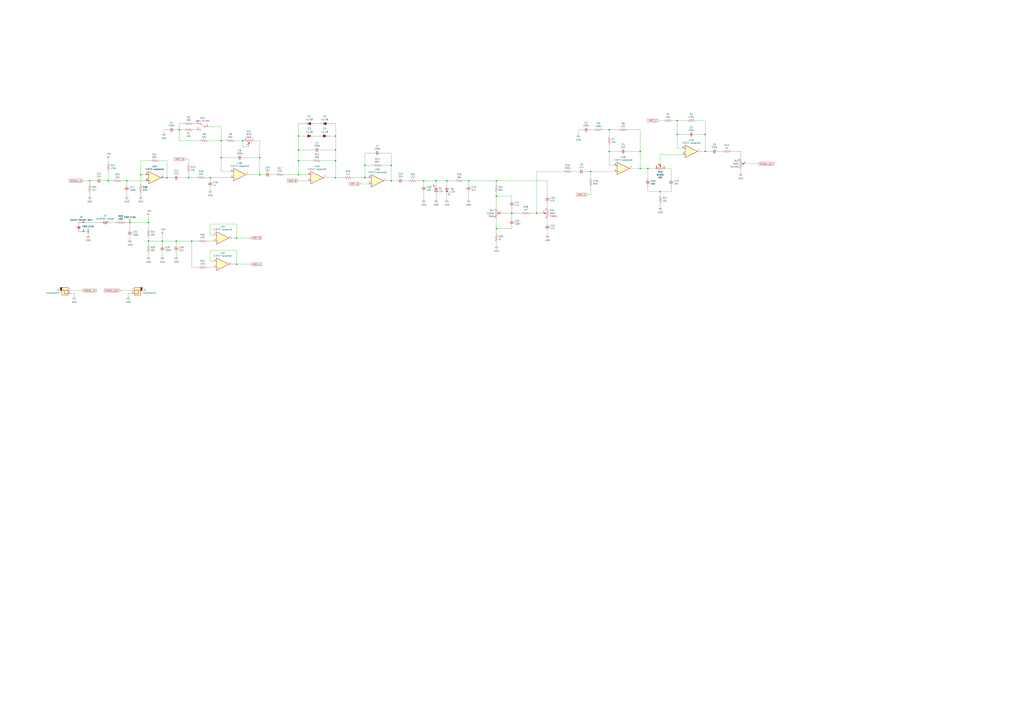
<source format=kicad_sch>
(kicad_sch (version 20211123) (generator eeschema)
  (paper "A1")
  (lib_symbols
    (symbol "00-cool_stuff:+4.5V" (power) (pin_names (offset 0))
      (property "Value" "00-cool_stuff_+4.5V" (at 0 3.556 0))
      (symbol "+4.5V_0_1"
        (polyline (pts (xy -0.762 1.27) (xy 0 2.54)))
        (polyline (pts (xy 0 0) (xy 0 2.54)))
        (polyline (pts (xy 0 2.54) (xy 0.762 1.27)))
      )
      (symbol "+4.5V_1_1"
        (pin power_in line (at 0 0 90) (length 0) hide (name "+9V") (number "1"))
      )
    )
    (symbol "00-cool_stuff:+9V" (power) (pin_names (offset 0))
      (property "Value" "00-cool_stuff_+9V" (at 0 3.556 0))
      (symbol "+9V_0_1"
        (polyline (pts (xy -0.762 1.27) (xy 0 2.54)))
        (polyline (pts (xy 0 0) (xy 0 2.54)))
        (polyline (pts (xy 0 2.54) (xy 0.762 1.27)))
      )
      (symbol "+9V_1_1"
        (pin power_in line (at 0 0 90) (length 0) hide (name "+9V") (number "1"))
      )
    )
    (symbol "00-cool_stuff:0V" (power) (pin_names (offset 0))
      (property "Value" "00-cool_stuff_0V" (at 0 -3.81 0))
      (symbol "0V_0_1"
        (polyline (pts (xy 0 0) (xy 0 -1.27) (xy 1.27 -1.27) (xy 0 -2.54) (xy -1.27 -1.27) (xy 0 -1.27)))
      )
      (symbol "0V_1_1"
        (pin power_in line (at 0 0 270) (length 0) hide (name "GND") (number "1"))
      )
    )
    (symbol "00-cool_stuff:TL072-separate" (pin_names (offset 0.1016))
      (property "Reference" "U" (at 0 5.08 0))
      (property "Value" "00-cool_stuff_TL072-separate" (at 0 -5.08 0))
      (symbol "TL072-separate_0_1"
        (polyline (pts (xy -5.08 5.08) (xy 5.08 0) (xy -5.08 -5.08) (xy -5.08 5.08)) (stroke (width 0.254)) (fill (type background)))
      )
      (symbol "TL072-separate_1_1"
        (pin output line (at 7.62 0 180) (length 2.54) (name "~") (number "1"))
        (pin input line (at -7.62 2.54 0) (length 2.54) (name "-") (number "2"))
        (pin input line (at -7.62 -2.54 0) (length 2.54) (name "+") (number "3"))
      )
      (symbol "TL072-separate_2_1"
        (pin input line (at -7.62 -2.54 0) (length 2.54) (name "+") (number "5"))
        (pin input line (at -7.62 2.54 0) (length 2.54) (name "-") (number "6"))
        (pin output line (at 7.62 0 180) (length 2.54) (name "~") (number "7"))
      )
      (symbol "TL072-separate_3_1"
        (pin power_in line (at -2.54 -6.35 90) (length 2.54) (name "V-") (number "4"))
        (pin power_in line (at -2.54 6.35 270) (length 2.54) (name "V+") (number "8"))
      )
    )
    (symbol "00-cool_stuff:cap_polarized_small" (pin_numbers hide) (pin_names (offset 0.254) hide)
      (property "Reference" "C" (at 0.254 1.778 0))
      (property "Value" "00-cool_stuff_cap_polarized_small" (at 0.254 -2.032 0))
      (symbol "cap_polarized_small_0_1"
        (polyline (pts (xy -1.524 0.508) (xy 1.524 0.508)) (stroke (width 0.3048)))
        (polyline (pts (xy -1.27 1.524) (xy -0.762 1.524)))
        (polyline (pts (xy -1.016 1.27) (xy -1.016 1.778)))
        (arc (start 1.524 -0.762) (mid 0 -0.3734) (end -1.524 -0.762) (stroke (width 0.3048)))
      )
      (symbol "cap_polarized_small_1_1"
        (pin passive line (at 0 2.54 270) (length 2.032) (name "~") (number "1"))
        (pin passive line (at 0 -2.54 90) (length 2.032) (name "~") (number "2"))
      )
    )
    (symbol "00-cool_stuff:cap_small" (pin_numbers hide) (pin_names (offset 0.254) hide)
      (property "Reference" "C" (at -1.27 2.54 0))
      (property "Value" "00-cool_stuff_cap_small" (at -3.81 -2.54 0))
      (symbol "cap_small_0_1"
        (polyline (pts (xy -0.508 -1.524) (xy -0.508 1.524)) (stroke (width 0.3048)))
        (polyline (pts (xy 0.508 -1.524) (xy 0.508 1.524)) (stroke (width 0.3302)))
      )
      (symbol "cap_small_1_1"
        (pin passive line (at -2.54 0 0) (length 2.032) (name "~") (number "1"))
        (pin passive line (at 2.54 0 180) (length 2.032) (name "~") (number "2"))
      )
    )
    (symbol "00-cool_stuff:diode2" (pin_numbers hide) (pin_names (offset 0) hide)
      (property "Reference" "D" (at 0 2.54 0))
      (property "Value" "00-cool_stuff_diode2" (at 0 -2.54 0))
      (symbol "diode2_0_1"
        (polyline (pts (xy 1.27 1.27) (xy 1.27 -1.27)))
        (polyline (pts (xy -1.27 1.27) (xy -1.27 -1.27) (xy 1.27 0) (xy -1.27 1.27)) (fill (type outline)))
      )
      (symbol "diode2_1_1"
        (pin passive line (at -5.08 0 0) (length 3.81) (name "A") (number "A"))
        (pin passive line (at 5.08 0 180) (length 3.81) (name "K") (number "K"))
      )
    )
    (symbol "00-cool_stuff:potentiometer" (pin_names (offset 1.016) hide)
      (property "Reference" "RV" (at -4.445 0 90))
      (property "Value" "00-cool_stuff_potentiometer" (at -2.54 0 90))
      (property "Label" "Pot Label" (at 11.43 0 90))
      (symbol "potentiometer_0_1"
        (polyline (pts (xy 0 -2.286) (xy 0 -2.54)))
        (polyline (pts (xy 0 2.54) (xy 0 2.286)))
        (polyline (pts (xy 2.54 0) (xy 1.524 0)))
        (polyline (pts (xy 1.143 0) (xy 2.286 0.508) (xy 2.286 -0.508) (xy 1.143 0)) (fill (type outline)))
        (polyline (pts (xy 0 -0.762) (xy 1.016 -1.143) (xy 0 -1.524) (xy -1.016 -1.905) (xy 0 -2.286)))
        (polyline (pts (xy 0 0.762) (xy 1.016 0.381) (xy 0 0) (xy -1.016 -0.381) (xy 0 -0.762)))
        (polyline (pts (xy 0 2.286) (xy 1.016 1.905) (xy 0 1.524) (xy -1.016 1.143) (xy 0 0.762)))
      )
      (symbol "potentiometer_1_1"
        (pin passive line (at 0 3.81 270) (length 1.27) (name "1") (number "1"))
        (pin passive line (at 3.81 0 180) (length 1.27) (name "2") (number "2"))
        (pin passive line (at 0 -3.81 90) (length 1.27) (name "3") (number "3"))
      )
    )
    (symbol "00-cool_stuff:power-barrel-jack" (pin_names (offset 1.016) hide)
      (property "Reference" "J" (at -5.08 -1.27 0))
      (property "Value" "00-cool_stuff_power-barrel-jack" (at 0 -6.35 0))
      (symbol "power-barrel-jack_0_1"
        (arc (start -1.27 0) (mid 0 -1.27) (end 1.27 0) (stroke (width 0.254)))
        (arc (start -1.016 0.762) (mid -1.2048 0.4016) (end -1.27 0) (stroke (width 0.254)))
        (rectangle (start 0 -3.81) (end 0 -1.27))
        (polyline (pts (xy 0 -1.27) (xy 0 -1.778)))
        (polyline (pts (xy 0 1.27) (xy 0 0)))
        (circle (center 0 0) (radius 0.508) (stroke (width 0.2032)) (fill (type outline)))
        (rectangle (start 0 1.27) (end 0 3.81))
        (rectangle (start 0 3.81) (end 2.54 3.81))
        (arc (start 1.27 0) (mid 1.2048 0.4016) (end 1.016 0.762) (stroke (width 0.254)))
        (rectangle (start 2.54 -3.81) (end 0 -3.81))
      )
      (symbol "power-barrel-jack_1_1"
        (pin passive line (at 5.08 3.81 180) (length 2.54) (name "In") (number "1"))
        (pin passive line (at 5.08 -3.81 180) (length 2.54) (name "Ext") (number "2"))
      )
    )
    (symbol "00-cool_stuff:resistor" (pin_numbers hide) (pin_names (offset 0))
      (property "Reference" "R" (at -2.54 2.54 0))
      (property "Value" "00-cool_stuff_resistor" (at -2.54 -2.54 0))
      (symbol "resistor_0_1"
        (polyline (pts (xy -4.826 0) (xy -5.08 0)))
        (polyline (pts (xy -0.254 0) (xy 0 0)))
        (polyline (pts (xy -4.826 0) (xy -4.445 1.016) (xy -4.064 0) (xy -3.683 -1.016) (xy -3.302 0)))
        (polyline (pts (xy -3.302 0) (xy -2.921 1.016) (xy -2.54 0) (xy -2.159 -1.016) (xy -1.778 0)))
        (polyline (pts (xy -1.778 0) (xy -1.397 1.016) (xy -1.016 0) (xy -0.635 -1.016) (xy -0.254 0)))
      )
      (symbol "resistor_1_1"
        (pin passive line (at -6.35 0 0) (length 1.27) (name "~") (number "1"))
        (pin passive line (at 1.27 0 180) (length 1.27) (name "~") (number "2"))
      )
    )
    (symbol "00-cool_stuff:schottky-diode" (pin_numbers hide) (pin_names (offset 1.016) hide)
      (property "Reference" "D" (at 0 2.54 0))
      (property "Value" "00-cool_stuff_schottky-diode" (at 0 -2.54 0))
      (symbol "schottky-diode_0_1"
        (polyline (pts (xy -1.27 0) (xy 1.27 0)))
        (polyline (pts (xy -1.27 1.27) (xy -1.27 -1.27) (xy 1.27 0) (xy -1.27 1.27)) (stroke (width 0.2032)))
        (polyline (pts (xy 1.905 0.635) (xy 1.905 1.27) (xy 1.27 1.27) (xy 1.27 -1.27) (xy 0.635 -1.27) (xy 0.635 -0.635)) (stroke (width 0.2032)))
      )
      (symbol "schottky-diode_1_1"
        (pin passive line (at 3.81 0 180) (length 2.54) (name "K") (number "1"))
        (pin passive line (at -3.81 0 0) (length 2.54) (name "A") (number "2"))
      )
    )
    (symbol "00-cool_stuff:switch-spdt" (pin_names (offset 0) hide)
      (property "Reference" "SW" (at 0 4.318 0))
      (property "Value" "00-cool_stuff_switch-spdt" (at 0 -5.08 0))
      (symbol "switch-spdt_0_0"
        (circle (center -2.032 0) (radius 0.508))
        (circle (center 2.032 -2.54) (radius 0.508))
      )
      (symbol "switch-spdt_0_1"
        (polyline (pts (xy -1.524 0.254) (xy 1.651 2.286)))
        (circle (center 2.032 2.54) (radius 0.508))
      )
      (symbol "switch-spdt_1_1"
        (pin passive line (at 5.08 2.54 180) (length 2.54) (name "A") (number "1"))
        (pin passive line (at -5.08 0 0) (length 2.54) (name "B") (number "2"))
        (pin passive line (at 5.08 -2.54 180) (length 2.54) (name "C") (number "3"))
      )
    )
    (symbol "Connector:AudioJack2"
      (property "Reference" "J" (at 0 8.89 0))
      (property "Value" "AudioJack2" (at 0 6.35 0))
      (symbol "AudioJack2_0_1"
        (rectangle (start -3.81 0) (end -2.54 -2.54) (stroke (width 0.254)) (fill (type outline)))
        (rectangle (start -2.54 3.81) (end 2.54 -2.54) (stroke (width 0.254)) (fill (type background)))
        (polyline (pts (xy 0 0) (xy 0.635 -0.635) (xy 1.27 0) (xy 2.54 0)) (stroke (width 0.254)))
        (polyline (pts (xy 2.54 2.54) (xy -0.635 2.54) (xy -0.635 0) (xy -1.27 -0.635) (xy -1.905 0)) (stroke (width 0.254)))
      )
      (symbol "AudioJack2_1_1"
        (pin passive line (at 5.08 2.54 180) (length 2.54) (name "~") (number "S"))
        (pin passive line (at 5.08 0 180) (length 2.54) (name "~") (number "T"))
      )
    )
    (symbol "Device:LED" (pin_numbers hide) (pin_names (offset 1.016) hide)
      (property "Reference" "D" (at 0 2.54 0))
      (property "Value" "LED" (at 0 -2.54 0))
      (symbol "LED_0_1"
        (polyline (pts (xy -1.27 -1.27) (xy -1.27 1.27)) (stroke (width 0.254)))
        (polyline (pts (xy -1.27 0) (xy 1.27 0)))
        (polyline (pts (xy 1.27 -1.27) (xy 1.27 1.27) (xy -1.27 0) (xy 1.27 -1.27)) (stroke (width 0.254)))
        (polyline (pts (xy -3.048 -0.762) (xy -4.572 -2.286) (xy -3.81 -2.286) (xy -4.572 -2.286) (xy -4.572 -1.524)))
        (polyline (pts (xy -1.778 -0.762) (xy -3.302 -2.286) (xy -2.54 -2.286) (xy -3.302 -2.286) (xy -3.302 -1.524)))
      )
      (symbol "LED_1_1"
        (pin passive line (at -3.81 0 0) (length 2.54) (name "K") (number "1"))
        (pin passive line (at 3.81 0 180) (length 2.54) (name "A") (number "2"))
      )
    )
    (symbol "power:PWR_FLAG" (power) (pin_numbers hide) (pin_names (offset 0) hide)
      (property "Value" "PWR_FLAG" (at 0 3.81 0))
      (symbol "PWR_FLAG_0_0"
        (pin power_out line (at 0 0 90) (length 0) (name "pwr") (number "1"))
      )
      (symbol "PWR_FLAG_0_1"
        (polyline (pts (xy 0 0) (xy 0 1.27) (xy -1.016 1.905) (xy 0 2.54) (xy 1.016 1.905) (xy 0 1.27)))
      )
    )
  )
  (junction (at 106.68 182.88))
  (junction (at 407.67 161.29))
  (junction (at 88.9 148.59))
  (junction (at 275.59 123.19))
  (junction (at 500.38 106.68))
  (junction (at 194.31 195.58))
  (junction (at 321.31 135.89))
  (junction (at 121.92 182.88))
  (junction (at 500.38 124.46))
  (junction (at 181.61 115.57))
  (junction (at 367.03 148.59))
  (junction (at 579.12 124.46))
  (junction (at 275.59 146.05))
  (junction (at 172.72 146.05))
  (junction (at 213.36 129.54))
  (junction (at 275.59 111.76))
  (junction (at 213.36 143.51))
  (junction (at 245.11 111.76))
  (junction (at 556.26 110.49))
  (junction (at 542.29 157.48))
  (junction (at 147.32 106.68))
  (junction (at 137.16 146.05))
  (junction (at 115.57 143.51))
  (junction (at 440.69 175.26))
  (junction (at 407.67 148.59))
  (junction (at 525.78 138.43))
  (junction (at 384.81 148.59))
  (junction (at 199.39 115.57))
  (junction (at 73.66 148.59))
  (junction (at 104.14 148.59))
  (junction (at 556.26 99.06))
  (junction (at 157.48 198.12))
  (junction (at 181.61 129.54))
  (junction (at 133.35 198.12))
  (junction (at 532.13 138.43))
  (junction (at 579.12 110.49))
  (junction (at 245.11 143.51))
  (junction (at 321.31 148.59))
  (junction (at 144.78 198.12))
  (junction (at 525.78 124.46))
  (junction (at 347.98 148.59))
  (junction (at 121.92 198.12))
  (junction (at 358.14 148.59))
  (junction (at 154.94 146.05))
  (junction (at 245.11 123.19))
  (junction (at 485.14 140.97))
  (junction (at 194.31 217.17))
  (junction (at 245.11 132.08))
  (junction (at 299.72 135.89))
  (junction (at 299.72 146.05))
  (junction (at 72.39 190.5))
  (junction (at 420.37 175.26))
  (junction (at 407.67 187.96))
  (junction (at 275.59 132.08))
  (wire (pts (xy 542.29 160.02) (xy 542.29 157.48)))
  (wire (pts (xy 313.69 135.89) (xy 321.31 135.89)))
  (wire (pts (xy 130.81 132.08) (xy 137.16 132.08)))
  (wire (pts (xy 500.38 106.68) (xy 508 106.68)))
  (wire (pts (xy 462.28 140.97) (xy 440.69 140.97)))
  (wire (pts (xy 541.02 99.06) (xy 544.83 99.06)))
  (wire (pts (xy 584.2 124.46) (xy 579.12 124.46)))
  (wire (pts (xy 525.78 138.43) (xy 519.43 138.43)))
  (wire (pts (xy 213.36 115.57) (xy 213.36 129.54)))
  (wire (pts (xy 407.67 158.75) (xy 407.67 161.29)))
  (wire (pts (xy 105.41 241.3) (xy 107.95 241.3)))
  (wire (pts (xy 261.62 101.6) (xy 259.08 101.6)))
  (wire (pts (xy 147.32 115.57) (xy 147.32 106.68)))
  (wire (pts (xy 181.61 115.57) (xy 171.45 115.57)))
  (wire (pts (xy 73.66 161.29) (xy 73.66 158.75)))
  (wire (pts (xy 542.29 127) (xy 542.29 134.62)))
  (wire (pts (xy 367.03 148.59) (xy 367.03 152.4)))
  (wire (pts (xy 509.27 124.46) (xy 500.38 124.46)))
  (wire (pts (xy 449.58 184.15) (xy 449.58 179.07)))
  (wire (pts (xy 121.92 210.82) (xy 121.92 208.28)))
  (wire (pts (xy 335.28 148.59) (xy 331.47 148.59)))
  (wire (pts (xy 445.77 175.26) (xy 440.69 175.26)))
  (wire (pts (xy 407.67 187.96) (xy 407.67 179.07)))
  (wire (pts (xy 190.5 195.58) (xy 194.31 195.58)))
  (wire (pts (xy 525.78 106.68) (xy 525.78 124.46)))
  (wire (pts (xy 104.14 148.59) (xy 104.14 152.4)))
  (wire (pts (xy 199.39 120.65) (xy 199.39 115.57)))
  (wire (pts (xy 154.94 134.62) (xy 154.94 130.81)))
  (wire (pts (xy 137.16 146.05) (xy 134.62 146.05)))
  (wire (pts (xy 275.59 101.6) (xy 275.59 111.76)))
  (wire (pts (xy 104.14 148.59) (xy 119.38 148.59)))
  (wire (pts (xy 420.37 180.34) (xy 420.37 175.26)))
  (wire (pts (xy 106.68 189.23) (xy 106.68 182.88)))
  (wire (pts (xy 347.98 148.59) (xy 358.14 148.59)))
  (wire (pts (xy 347.98 163.83) (xy 347.98 157.48)))
  (wire (pts (xy 121.92 187.96) (xy 121.92 182.88)))
  (wire (pts (xy 275.59 111.76) (xy 275.59 123.19)))
  (wire (pts (xy 482.6 160.02) (xy 485.14 160.02)))
  (wire (pts (xy 515.62 106.68) (xy 525.78 106.68)))
  (wire (pts (xy 115.57 143.51) (xy 119.38 143.51)))
  (wire (pts (xy 95.25 182.88) (xy 90.17 182.88)))
  (wire (pts (xy 373.38 148.59) (xy 367.03 148.59)))
  (wire (pts (xy 440.69 140.97) (xy 440.69 175.26)))
  (wire (pts (xy 181.61 129.54) (xy 181.61 140.97)))
  (wire (pts (xy 538.48 138.43) (xy 532.13 138.43)))
  (wire (pts (xy 245.11 148.59) (xy 252.73 148.59)))
  (wire (pts (xy 245.11 101.6) (xy 245.11 111.76)))
  (wire (pts (xy 133.35 193.04) (xy 133.35 198.12)))
  (wire (pts (xy 181.61 140.97) (xy 189.23 140.97)))
  (wire (pts (xy 608.33 124.46) (xy 600.71 124.46)))
  (wire (pts (xy 115.57 132.08) (xy 115.57 143.51)))
  (wire (pts (xy 407.67 148.59) (xy 384.81 148.59)))
  (wire (pts (xy 142.24 146.05) (xy 137.16 146.05)))
  (wire (pts (xy 194.31 217.17) (xy 205.74 217.17)))
  (wire (pts (xy 367.03 163.83) (xy 367.03 160.02)))
  (wire (pts (xy 474.98 106.68) (xy 478.79 106.68)))
  (wire (pts (xy 248.92 111.76) (xy 245.11 111.76)))
  (wire (pts (xy 72.39 193.04) (xy 72.39 190.5)))
  (wire (pts (xy 525.78 124.46) (xy 525.78 138.43)))
  (wire (pts (xy 199.39 115.57) (xy 193.04 115.57)))
  (wire (pts (xy 579.12 99.06) (xy 579.12 110.49)))
  (wire (pts (xy 275.59 132.08) (xy 275.59 146.05)))
  (wire (pts (xy 208.28 115.57) (xy 213.36 115.57)))
  (wire (pts (xy 608.33 142.24) (xy 608.33 138.43)))
  (wire (pts (xy 143.51 106.68) (xy 147.32 106.68)))
  (wire (pts (xy 579.12 110.49) (xy 579.12 124.46)))
  (wire (pts (xy 170.18 219.71) (xy 175.26 219.71)))
  (wire (pts (xy 474.98 140.97) (xy 469.9 140.97)))
  (wire (pts (xy 213.36 143.51) (xy 204.47 143.51)))
  (wire (pts (xy 190.5 217.17) (xy 194.31 217.17)))
  (wire (pts (xy 181.61 115.57) (xy 181.61 129.54)))
  (wire (pts (xy 358.14 152.4) (xy 358.14 148.59)))
  (wire (pts (xy 78.74 148.59) (xy 73.66 148.59)))
  (wire (pts (xy 88.9 148.59) (xy 83.82 148.59)))
  (wire (pts (xy 245.11 111.76) (xy 245.11 123.19)))
  (wire (pts (xy 551.18 138.43) (xy 551.18 147.32)))
  (wire (pts (xy 384.81 163.83) (xy 384.81 157.48)))
  (wire (pts (xy 204.47 120.65) (xy 199.39 120.65)))
  (wire (pts (xy 107.95 238.76) (xy 99.06 238.76)))
  (wire (pts (xy 411.48 175.26) (xy 420.37 175.26)))
  (wire (pts (xy 68.58 148.59) (xy 73.66 148.59)))
  (wire (pts (xy 556.26 99.06) (xy 556.26 110.49)))
  (wire (pts (xy 100.33 148.59) (xy 104.14 148.59)))
  (wire (pts (xy 147.32 146.05) (xy 154.94 146.05)))
  (wire (pts (xy 121.92 195.58) (xy 121.92 198.12)))
  (wire (pts (xy 105.41 243.84) (xy 105.41 241.3)))
  (wire (pts (xy 171.45 104.14) (xy 181.61 104.14)))
  (wire (pts (xy 144.78 210.82) (xy 144.78 207.01)))
  (wire (pts (xy 134.62 109.22) (xy 134.62 106.68)))
  (wire (pts (xy 154.94 146.05) (xy 154.94 142.24)))
  (wire (pts (xy 158.75 106.68) (xy 161.29 106.68)))
  (wire (pts (xy 440.69 175.26) (xy 435.61 175.26)))
  (wire (pts (xy 262.89 123.19) (xy 275.59 123.19)))
  (wire (pts (xy 245.11 123.19) (xy 245.11 132.08)))
  (wire (pts (xy 420.37 175.26) (xy 427.99 175.26)))
  (wire (pts (xy 546.1 138.43) (xy 551.18 138.43)))
  (wire (pts (xy 474.98 110.49) (xy 474.98 106.68)))
  (wire (pts (xy 449.58 148.59) (xy 407.67 148.59)))
  (wire (pts (xy 358.14 148.59) (xy 367.03 148.59)))
  (wire (pts (xy 123.19 132.08) (xy 115.57 132.08)))
  (wire (pts (xy 194.31 184.15) (xy 172.72 184.15)))
  (wire (pts (xy 92.71 148.59) (xy 88.9 148.59)))
  (wire (pts (xy 485.14 160.02) (xy 485.14 153.67)))
  (wire (pts (xy 161.29 146.05) (xy 154.94 146.05)))
  (wire (pts (xy 200.66 115.57) (xy 199.39 115.57)))
  (wire (pts (xy 321.31 148.59) (xy 317.5 148.59)))
  (wire (pts (xy 181.61 104.14) (xy 181.61 115.57)))
  (wire (pts (xy 121.92 182.88) (xy 106.68 182.88)))
  (wire (pts (xy 144.78 198.12) (xy 133.35 198.12)))
  (wire (pts (xy 245.11 143.51) (xy 252.73 143.51)))
  (wire (pts (xy 289.56 146.05) (xy 299.72 146.05)))
  (wire (pts (xy 307.34 125.73) (xy 299.72 125.73)))
  (wire (pts (xy 500.38 119.38) (xy 500.38 124.46)))
  (wire (pts (xy 157.48 198.12) (xy 157.48 219.71)))
  (wire (pts (xy 593.09 124.46) (xy 589.28 124.46)))
  (wire (pts (xy 563.88 99.06) (xy 556.26 99.06)))
  (wire (pts (xy 275.59 123.19) (xy 275.59 132.08)))
  (wire (pts (xy 485.14 140.97) (xy 504.19 140.97)))
  (wire (pts (xy 483.87 106.68) (xy 487.68 106.68)))
  (wire (pts (xy 384.81 148.59) (xy 381 148.59)))
  (wire (pts (xy 73.66 148.59) (xy 73.66 151.13)))
  (wire (pts (xy 271.78 101.6) (xy 275.59 101.6)))
  (wire (pts (xy 172.72 184.15) (xy 172.72 193.04)))
  (wire (pts (xy 271.78 111.76) (xy 275.59 111.76)))
  (wire (pts (xy 485.14 146.05) (xy 485.14 140.97)))
  (wire (pts (xy 407.67 161.29) (xy 407.67 171.45)))
  (wire (pts (xy 495.3 106.68) (xy 500.38 106.68)))
  (wire (pts (xy 295.91 151.13) (xy 302.26 151.13)))
  (wire (pts (xy 172.72 148.59) (xy 172.72 146.05)))
  (wire (pts (xy 500.38 135.89) (xy 504.19 135.89)))
  (wire (pts (xy 514.35 124.46) (xy 525.78 124.46)))
  (wire (pts (xy 552.45 99.06) (xy 556.26 99.06)))
  (wire (pts (xy 608.33 130.81) (xy 608.33 124.46)))
  (wire (pts (xy 213.36 129.54) (xy 213.36 143.51)))
  (wire (pts (xy 248.92 101.6) (xy 245.11 101.6)))
  (wire (pts (xy 299.72 125.73) (xy 299.72 135.89)))
  (wire (pts (xy 194.31 195.58) (xy 194.31 184.15)))
  (wire (pts (xy 532.13 138.43) (xy 532.13 147.32)))
  (wire (pts (xy 551.18 157.48) (xy 551.18 152.4)))
  (wire (pts (xy 170.18 198.12) (xy 175.26 198.12)))
  (wire (pts (xy 565.15 110.49) (xy 556.26 110.49)))
  (wire (pts (xy 134.62 106.68) (xy 138.43 106.68)))
  (wire (pts (xy 500.38 106.68) (xy 500.38 111.76)))
  (wire (pts (xy 217.17 143.51) (xy 213.36 143.51)))
  (wire (pts (xy 194.31 205.74) (xy 172.72 205.74)))
  (wire (pts (xy 259.08 111.76) (xy 261.62 111.76)))
  (wire (pts (xy 72.39 190.5) (xy 69.85 190.5)))
  (wire (pts (xy 347.98 152.4) (xy 347.98 148.59)))
  (wire (pts (xy 556.26 121.92) (xy 560.07 121.92)))
  (wire (pts (xy 88.9 130.81) (xy 88.9 133.35)))
  (wire (pts (xy 194.31 217.17) (xy 194.31 205.74)))
  (wire (pts (xy 133.35 201.93) (xy 133.35 198.12)))
  (wire (pts (xy 161.29 101.6) (xy 158.75 101.6)))
  (wire (pts (xy 420.37 175.26) (xy 420.37 170.18)))
  (wire (pts (xy 162.56 198.12) (xy 157.48 198.12)))
  (wire (pts (xy 199.39 129.54) (xy 213.36 129.54)))
  (wire (pts (xy 570.23 110.49) (xy 579.12 110.49)))
  (wire (pts (xy 556.26 110.49) (xy 556.26 121.92)))
  (wire (pts (xy 204.47 119.38) (xy 204.47 120.65)))
  (wire (pts (xy 407.67 191.77) (xy 407.67 187.96)))
  (wire (pts (xy 172.72 146.05) (xy 189.23 146.05)))
  (wire (pts (xy 172.72 193.04) (xy 175.26 193.04)))
  (wire (pts (xy 121.92 177.8) (xy 121.92 182.88)))
  (wire (pts (xy 172.72 156.21) (xy 172.72 153.67)))
  (wire (pts (xy 321.31 135.89) (xy 321.31 148.59)))
  (wire (pts (xy 420.37 165.1) (xy 420.37 161.29)))
  (wire (pts (xy 560.07 127) (xy 542.29 127)))
  (wire (pts (xy 532.13 152.4) (xy 532.13 157.48)))
  (wire (pts (xy 104.14 161.29) (xy 104.14 157.48)))
  (wire (pts (xy 449.58 161.29) (xy 449.58 148.59)))
  (wire (pts (xy 106.68 196.85) (xy 106.68 194.31)))
  (wire (pts (xy 67.31 238.76) (xy 58.42 238.76)))
  (wire (pts (xy 532.13 157.48) (xy 542.29 157.48)))
  (wire (pts (xy 299.72 146.05) (xy 302.26 146.05)))
  (wire (pts (xy 622.3 134.62) (xy 612.14 134.62)))
  (wire (pts (xy 579.12 124.46) (xy 575.31 124.46)))
  (wire (pts (xy 88.9 140.97) (xy 88.9 148.59)))
  (wire (pts (xy 226.06 143.51) (xy 222.25 143.51)))
  (wire (pts (xy 420.37 187.96) (xy 407.67 187.96)))
  (wire (pts (xy 312.42 125.73) (xy 321.31 125.73)))
  (wire (pts (xy 542.29 170.18) (xy 542.29 167.64)))
  (wire (pts (xy 115.57 158.75) (xy 115.57 161.29)))
  (wire (pts (xy 264.16 132.08) (xy 275.59 132.08)))
  (wire (pts (xy 233.68 143.51) (xy 245.11 143.51)))
  (wire (pts (xy 137.16 132.08) (xy 137.16 146.05)))
  (wire (pts (xy 147.32 101.6) (xy 151.13 101.6)))
  (wire (pts (xy 245.11 132.08) (xy 245.11 143.51)))
  (wire (pts (xy 60.96 241.3) (xy 58.42 241.3)))
  (wire (pts (xy 82.55 182.88) (xy 69.85 182.88)))
  (wire (pts (xy 571.5 99.06) (xy 579.12 99.06)))
  (wire (pts (xy 407.67 151.13) (xy 407.67 148.59)))
  (wire (pts (xy 542.29 157.48) (xy 551.18 157.48)))
  (wire (pts (xy 194.31 195.58) (xy 205.74 195.58)))
  (wire (pts (xy 256.54 132.08) (xy 245.11 132.08)))
  (wire (pts (xy 420.37 185.42) (xy 420.37 187.96)))
  (wire (pts (xy 449.58 171.45) (xy 449.58 166.37)))
  (wire (pts (xy 172.72 146.05) (xy 168.91 146.05)))
  (wire (pts (xy 106.68 182.88) (xy 102.87 182.88)))
  (wire (pts (xy 449.58 193.04) (xy 449.58 189.23)))
  (wire (pts (xy 163.83 115.57) (xy 147.32 115.57)))
  (wire (pts (xy 115.57 151.13) (xy 115.57 143.51)))
  (wire (pts (xy 121.92 198.12) (xy 121.92 200.66)))
  (wire (pts (xy 321.31 125.73) (xy 321.31 135.89)))
  (wire (pts (xy 275.59 146.05) (xy 267.97 146.05)))
  (wire (pts (xy 384.81 152.4) (xy 384.81 148.59)))
  (wire (pts (xy 358.14 160.02) (xy 358.14 163.83)))
  (wire (pts (xy 172.72 205.74) (xy 172.72 214.63)))
  (wire (pts (xy 147.32 106.68) (xy 147.32 101.6)))
  (wire (pts (xy 133.35 210.82) (xy 133.35 207.01)))
  (wire (pts (xy 194.31 129.54) (xy 181.61 129.54)))
  (wire (pts (xy 407.67 201.93) (xy 407.67 199.39)))
  (wire (pts (xy 157.48 198.12) (xy 144.78 198.12)))
  (wire (pts (xy 532.13 138.43) (xy 525.78 138.43)))
  (wire (pts (xy 172.72 214.63) (xy 175.26 214.63)))
  (wire (pts (xy 144.78 201.93) (xy 144.78 198.12)))
  (wire (pts (xy 60.96 243.84) (xy 60.96 241.3)))
  (wire (pts (xy 257.81 123.19) (xy 245.11 123.19)))
  (wire (pts (xy 157.48 219.71) (xy 162.56 219.71)))
  (wire (pts (xy 306.07 135.89) (xy 299.72 135.89)))
  (wire (pts (xy 500.38 124.46) (xy 500.38 135.89)))
  (wire (pts (xy 342.9 148.59) (xy 347.98 148.59)))
  (wire (pts (xy 299.72 135.89) (xy 299.72 146.05)))
  (wire (pts (xy 326.39 148.59) (xy 321.31 148.59)))
  (wire (pts (xy 154.94 130.81) (xy 152.4 130.81)))
  (wire (pts (xy 133.35 198.12) (xy 121.92 198.12)))
  (wire (pts (xy 485.14 140.97) (xy 480.06 140.97)))
  (wire (pts (xy 151.13 106.68) (xy 147.32 106.68)))
  (wire (pts (xy 420.37 161.29) (xy 407.67 161.29)))
  (wire (pts (xy 185.42 115.57) (xy 181.61 115.57)))
  (wire (pts (xy 281.94 146.05) (xy 275.59 146.05)))
  (global_label "VREF_C" (shape input) (at 541.02 99.06 180) (property "Intersheet References" "${INTERSHEET_REFS}" (effects hide)))
  (global_label "SIGNAL_OUT" (shape input) (at 622.3 134.62 0) (property "Intersheet References" "${INTERSHEET_REFS}" (effects hide)))
  (global_label "SIGNAL_OUT" (shape input) (at 99.06 238.76 180) (property "Intersheet References" "${INTERSHEET_REFS}" (effects hide)))
  (global_label "SIGNAL_IN" (shape input) (at 67.31 238.76 0) (property "Intersheet References" "${INTERSHEET_REFS}" (effects hide)))
  (global_label "VREF_B" (shape input) (at 152.4 130.81 180) (property "Intersheet References" "${INTERSHEET_REFS}" (effects hide)))
  (global_label "SIGNAL_IN" (shape input) (at 68.58 148.59 180) (property "Intersheet References" "${INTERSHEET_REFS}" (effects hide)))
  (global_label "VREF_B" (shape input) (at 205.74 195.58 0) (property "Intersheet References" "${INTERSHEET_REFS}" (effects hide)))
  (global_label "VREF_B" (shape input) (at 245.11 148.59 180) (property "Intersheet References" "${INTERSHEET_REFS}" (effects hide)))
  (global_label "VREF_B" (shape input) (at 295.91 151.13 180) (property "Intersheet References" "${INTERSHEET_REFS}" (effects hide)))
  (global_label "VREF_C" (shape input) (at 482.6 160.02 180) (property "Intersheet References" "${INTERSHEET_REFS}" (effects hide)))
  (global_label "VREF_C" (shape input) (at 205.74 217.17 0) (property "Intersheet References" "${INTERSHEET_REFS}" (effects hide)))
  (symbol (lib_id "00-cool_stuff:resistor") (at 73.66 157.48 270) (unit 1)
    (property "Reference" "R25" (at 75.3872 153.7716 90) (effects (justify left)))
    (property "Value" "1M" (at 75.3872 156.083 90) (effects (justify left)))
    (property "Footprint" "00-Mine:resistor-TH-10mm" (effects hide))
  )
  (symbol (lib_id "00-cool_stuff:0V") (at 73.66 161.29 0) (unit 1)
    (property "Reference" "#PWR0101" (effects hide))
    (property "Value" "0V" (at 73.787 165.6842 0))
  )
  (symbol (lib_id "00-cool_stuff:cap_small") (at 81.28 148.59 0) (unit 1)
    (property "Reference" "C12" (at 81.28 142.7734 0))
    (property "Value" "22n" (at 81.28 145.0848 0))
    (property "Footprint" "00-Mine:capacitor-TH-2.54mm_5mm" (effects hide))
  )
  (symbol (lib_id "00-cool_stuff:resistor") (at 88.9 139.7 270) (unit 1)
    (property "Reference" "R14" (at 90.6272 135.9916 90) (effects (justify left)))
    (property "Value" "470k" (at 90.6272 138.303 90) (effects (justify left)))
    (property "Footprint" "00-Mine:resistor-TH-10mm" (effects hide))
  )
  (symbol (lib_id "00-cool_stuff:+4.5V") (at 88.9 130.81 0) (unit 1)
    (property "Reference" "#PWR0102" (effects hide))
    (property "Value" "+4.5V" (at 89.281 126.4158 0))
  )
  (symbol (lib_id "00-cool_stuff:resistor") (at 93.98 148.59 180) (unit 1)
    (property "Reference" "R21" (at 96.52 143.383 0))
    (property "Value" "10k" (at 96.52 145.6944 0))
    (property "Footprint" "00-Mine:resistor-TH-10mm" (effects hide))
  )
  (symbol (lib_id "00-cool_stuff:cap_small") (at 104.14 154.94 270) (unit 1)
    (property "Reference" "C17" (at 106.4768 153.7716 90) (effects (justify left)))
    (property "Value" "100p" (at 106.4768 156.083 90) (effects (justify left)))
    (property "Footprint" "00-Mine:capacitor-TH-2.54mm_5mm" (effects hide))
  )
  (symbol (lib_id "00-cool_stuff:0V") (at 104.14 161.29 0) (unit 1)
    (property "Reference" "#PWR0103" (effects hide))
    (property "Value" "0V" (at 104.267 165.6842 0))
  )
  (symbol (lib_id "00-cool_stuff:TL072-separate") (at 127 146.05 0) (unit 1)
    (property "Reference" "U1" (at 127 136.7282 0))
    (property "Value" "TL072-separate" (at 127 139.0396 0))
    (property "Footprint" "00-Mine:DIP-8" (effects hide))
  )
  (symbol (lib_id "00-cool_stuff:resistor") (at 124.46 132.08 180) (unit 1)
    (property "Reference" "R11" (at 127 126.873 0))
    (property "Value" "82k" (at 127 129.1844 0))
    (property "Footprint" "00-Mine:resistor-TH-10mm" (effects hide))
  )
  (symbol (lib_id "00-cool_stuff:0V") (at 115.57 161.29 0) (unit 1)
    (property "Reference" "#PWR0104" (effects hide))
    (property "Value" "0V" (at 115.697 165.6842 0))
  )
  (symbol (lib_id "00-cool_stuff:resistor") (at 115.57 157.48 270) (unit 1)
    (property "Reference" "R26" (at 117.2972 153.7716 90) (effects (justify left)))
    (property "Value" "47k" (at 117.2972 156.083 90) (effects (justify left)))
    (property "Footprint" "00-Mine:resistor-TH-10mm" (effects hide))
  )
  (symbol (lib_id "00-cool_stuff:cap_small") (at 144.78 146.05 180) (unit 1)
    (property "Reference" "C11" (at 144.78 140.2334 0))
    (property "Value" "2n2" (at 144.78 142.5448 0))
    (property "Footprint" "00-Mine:capacitor-TH-2.54mm_5mm" (effects hide))
  )
  (symbol (lib_id "00-cool_stuff:resistor") (at 154.94 140.97 270) (unit 1)
    (property "Reference" "R15" (at 156.6672 137.2616 90) (effects (justify left)))
    (property "Value" "33k" (at 156.6672 139.573 90) (effects (justify left)))
    (property "Footprint" "00-Mine:resistor-TH-10mm" (effects hide))
  )
  (symbol (lib_id "00-cool_stuff:resistor") (at 162.56 146.05 180) (unit 1)
    (property "Reference" "R18" (at 165.1 140.843 0))
    (property "Value" "10k" (at 165.1 143.1544 0))
    (property "Footprint" "00-Mine:resistor-TH-10mm" (effects hide))
  )
  (symbol (lib_id "00-cool_stuff:cap_small") (at 172.72 151.13 270) (unit 1)
    (property "Reference" "C16" (at 175.0568 149.9616 90) (effects (justify left)))
    (property "Value" "1n" (at 175.0568 152.273 90) (effects (justify left)))
    (property "Footprint" "00-Mine:capacitor-TH-2.54mm_5mm" (effects hide))
  )
  (symbol (lib_id "00-cool_stuff:0V") (at 172.72 156.21 0) (unit 1)
    (property "Reference" "#PWR0105" (effects hide))
    (property "Value" "0V" (at 172.847 160.6042 0))
  )
  (symbol (lib_id "00-cool_stuff:TL072-separate") (at 196.85 143.51 0) (unit 2)
    (property "Reference" "U3" (at 196.85 134.1882 0))
    (property "Value" "TL072-separate" (at 196.85 136.4996 0))
    (property "Footprint" "00-Mine:DIP-8" (effects hide))
  )
  (symbol (lib_id "00-cool_stuff:cap_small") (at 196.85 129.54 180) (unit 1)
    (property "Reference" "C8" (at 196.85 123.7234 0))
    (property "Value" "100p" (at 196.85 126.0348 0))
    (property "Footprint" "00-Mine:capacitor-TH-2.54mm_5mm" (effects hide))
  )
  (symbol (lib_id "00-cool_stuff:resistor") (at 186.69 115.57 180) (unit 1)
    (property "Reference" "R9" (at 189.23 110.363 0))
    (property "Value" "56k" (at 189.23 112.6744 0))
    (property "Footprint" "00-Mine:resistor-TH-10mm" (effects hide))
  )
  (symbol (lib_id "00-cool_stuff:potentiometer") (at 204.47 115.57 270) (unit 1)
    (property "Reference" "RV1" (at 204.47 108.077 90))
    (property "Value" "B1M" (at 204.47 110.3884 90))
    (property "Label" "Gain" (at 204.47 112.6998 90))
  )
  (symbol (lib_id "00-cool_stuff:switch-spdt") (at 166.37 104.14 0) (mirror y) (unit 1)
    (property "Reference" "SW1" (at 166.37 96.901 0))
    (property "Value" "spdt" (effects hide))
    (property "Label" "gain hi/low" (at 166.37 99.2124 0))
  )
  (symbol (lib_id "00-cool_stuff:resistor") (at 165.1 115.57 180) (unit 1)
    (property "Reference" "R8" (at 167.64 110.363 0))
    (property "Value" "33k" (at 167.64 112.6744 0))
    (property "Footprint" "00-Mine:resistor-TH-10mm" (effects hide))
  )
  (symbol (lib_id "00-cool_stuff:resistor") (at 152.4 101.6 180) (unit 1)
    (property "Reference" "R3" (at 154.94 96.393 0))
    (property "Value" "33k" (at 154.94 98.7044 0))
    (property "Footprint" "00-Mine:resistor-TH-10mm" (effects hide))
  )
  (symbol (lib_id "00-cool_stuff:resistor") (at 152.4 106.68 180) (unit 1)
    (property "Reference" "R4" (at 154.94 109.5502 0))
    (property "Value" "10k" (at 154.94 111.8616 0))
    (property "Footprint" "00-Mine:resistor-TH-10mm" (effects hide))
  )
  (symbol (lib_id "00-cool_stuff:cap_small") (at 140.97 106.68 180) (unit 1)
    (property "Reference" "C1" (at 140.97 100.8634 0))
    (property "Value" "220n" (at 140.97 103.1748 0))
    (property "Footprint" "00-Mine:capacitor-TH-2.54mm_5mm" (effects hide))
  )
  (symbol (lib_id "00-cool_stuff:0V") (at 134.62 109.22 0) (unit 1)
    (property "Reference" "#PWR0106" (effects hide))
    (property "Value" "0V" (at 134.747 113.6142 0))
  )
  (symbol (lib_id "00-cool_stuff:cap_small") (at 219.71 143.51 180) (unit 1)
    (property "Reference" "C10" (at 219.71 137.6934 0))
    (property "Value" "22n" (at 219.71 140.0048 0))
    (property "Footprint" "00-Mine:capacitor-TH-2.54mm_5mm" (effects hide))
  )
  (symbol (lib_id "00-cool_stuff:resistor") (at 227.33 143.51 180) (unit 1)
    (property "Reference" "R17" (at 229.87 138.303 0))
    (property "Value" "22k" (at 229.87 140.6144 0))
    (property "Footprint" "00-Mine:resistor-TH-10mm" (effects hide))
  )
  (symbol (lib_id "00-cool_stuff:TL072-separate") (at 260.35 146.05 0) (unit 2)
    (property "Reference" "U4" (at 260.35 136.7282 0))
    (property "Value" "TL072-separate" (at 260.35 139.0396 0))
    (property "Footprint" "00-Mine:DIP-8" (effects hide))
  )
  (symbol (lib_id "00-cool_stuff:resistor") (at 257.81 132.08 180) (unit 1)
    (property "Reference" "R12" (at 260.35 126.873 0))
    (property "Value" "56k" (at 260.35 129.1844 0))
    (property "Footprint" "00-Mine:resistor-TH-10mm" (effects hide))
  )
  (symbol (lib_id "00-cool_stuff:cap_small") (at 260.35 123.19 180) (unit 1)
    (property "Reference" "C4" (at 260.35 117.3734 0))
    (property "Value" "100p" (at 260.35 119.6848 0))
    (property "Footprint" "00-Mine:capacitor-TH-2.54mm_5mm" (effects hide))
  )
  (symbol (lib_id "00-cool_stuff:diode2") (at 254 111.76 0) (unit 1)
    (property "Reference" "D3" (at 254 105.7402 0) (effects (font (size 1.524 1.524))))
    (property "Value" "4148" (at 254 108.4326 0) (effects (font (size 1.524 1.524))))
    (property "Footprint" "digikey-footprints:SOD-123" (effects hide))
    (property "Datasheet" "https://www.diodes.com/assets/Datasheets/ds30086.pdf" (effects hide))
    (property "Digi-Key_PN" "1N4148W-FDICT-ND" (effects hide))
    (property "MPN" "1N4148W-7-F" (effects hide))
    (property "Category" "Discrete Semiconductor Products" (effects hide))
    (property "Family" "Diodes - Rectifiers - Single" (effects hide))
    (property "DK_Datasheet_Link" "https://www.diodes.com/assets/Datasheets/ds30086.pdf" (effects hide))
    (property "DK_Detail_Page" "/product-detail/en/diodes-incorporated/1N4148W-7-F/1N4148W-FDICT-ND/815280" (effects hide))
    (property "Description" "DIODE GEN PURP 100V 300MA SOD123" (effects hide))
    (property "Manufacturer" "Diodes Incorporated" (effects hide))
    (property "Status" "Active" (effects hide))
  )
  (symbol (lib_id "00-cool_stuff:diode2") (at 266.7 111.76 0) (unit 1)
    (property "Reference" "D4" (at 266.7 105.7402 0) (effects (font (size 1.524 1.524))))
    (property "Value" "4148" (at 266.7 108.4326 0) (effects (font (size 1.524 1.524))))
    (property "Footprint" "digikey-footprints:SOD-123" (effects hide))
    (property "Datasheet" "https://www.diodes.com/assets/Datasheets/ds30086.pdf" (effects hide))
    (property "Digi-Key_PN" "1N4148W-FDICT-ND" (effects hide))
    (property "MPN" "1N4148W-7-F" (effects hide))
    (property "Category" "Discrete Semiconductor Products" (effects hide))
    (property "Family" "Diodes - Rectifiers - Single" (effects hide))
    (property "DK_Datasheet_Link" "https://www.diodes.com/assets/Datasheets/ds30086.pdf" (effects hide))
    (property "DK_Detail_Page" "/product-detail/en/diodes-incorporated/1N4148W-7-F/1N4148W-FDICT-ND/815280" (effects hide))
    (property "Description" "DIODE GEN PURP 100V 300MA SOD123" (effects hide))
    (property "Manufacturer" "Diodes Incorporated" (effects hide))
    (property "Status" "Active" (effects hide))
  )
  (symbol (lib_id "00-cool_stuff:diode2") (at 254 101.6 0) (mirror y) (unit 1)
    (property "Reference" "D1" (at 254 95.5802 0) (effects (font (size 1.524 1.524))))
    (property "Value" "4148" (at 254 98.2726 0) (effects (font (size 1.524 1.524))))
    (property "Footprint" "digikey-footprints:SOD-123" (effects hide))
    (property "Datasheet" "https://www.diodes.com/assets/Datasheets/ds30086.pdf" (effects hide))
    (property "Digi-Key_PN" "1N4148W-FDICT-ND" (effects hide))
    (property "MPN" "1N4148W-7-F" (effects hide))
    (property "Category" "Discrete Semiconductor Products" (effects hide))
    (property "Family" "Diodes - Rectifiers - Single" (effects hide))
    (property "DK_Datasheet_Link" "https://www.diodes.com/assets/Datasheets/ds30086.pdf" (effects hide))
    (property "DK_Detail_Page" "/product-detail/en/diodes-incorporated/1N4148W-7-F/1N4148W-FDICT-ND/815280" (effects hide))
    (property "Description" "DIODE GEN PURP 100V 300MA SOD123" (effects hide))
    (property "Manufacturer" "Diodes Incorporated" (effects hide))
    (property "Status" "Active" (effects hide))
  )
  (symbol (lib_id "00-cool_stuff:diode2") (at 266.7 101.6 0) (mirror y) (unit 1)
    (property "Reference" "D2" (at 266.7 95.5802 0) (effects (font (size 1.524 1.524))))
    (property "Value" "4148" (at 266.7 98.2726 0) (effects (font (size 1.524 1.524))))
    (property "Footprint" "digikey-footprints:SOD-123" (effects hide))
    (property "Datasheet" "https://www.diodes.com/assets/Datasheets/ds30086.pdf" (effects hide))
    (property "Digi-Key_PN" "1N4148W-FDICT-ND" (effects hide))
    (property "MPN" "1N4148W-7-F" (effects hide))
    (property "Category" "Discrete Semiconductor Products" (effects hide))
    (property "Family" "Diodes - Rectifiers - Single" (effects hide))
    (property "DK_Datasheet_Link" "https://www.diodes.com/assets/Datasheets/ds30086.pdf" (effects hide))
    (property "DK_Detail_Page" "/product-detail/en/diodes-incorporated/1N4148W-7-F/1N4148W-FDICT-ND/815280" (effects hide))
    (property "Description" "DIODE GEN PURP 100V 300MA SOD123" (effects hide))
    (property "Manufacturer" "Diodes Incorporated" (effects hide))
    (property "Status" "Active" (effects hide))
  )
  (symbol (lib_id "00-cool_stuff:resistor") (at 283.21 146.05 180) (unit 1)
    (property "Reference" "R19" (at 285.75 140.843 0))
    (property "Value" "4k7" (at 285.75 143.1544 0))
    (property "Footprint" "00-Mine:resistor-TH-10mm" (effects hide))
  )
  (symbol (lib_id "00-cool_stuff:TL072-separate") (at 309.88 148.59 0) (unit 2)
    (property "Reference" "U5" (at 309.88 139.2682 0))
    (property "Value" "TL072-separate" (at 309.88 141.5796 0))
    (property "Footprint" "00-Mine:DIP-8" (effects hide))
  )
  (symbol (lib_id "00-cool_stuff:resistor") (at 307.34 135.89 180) (unit 1)
    (property "Reference" "R13" (at 309.88 130.683 0))
    (property "Value" "82k" (at 309.88 132.9944 0))
    (property "Footprint" "00-Mine:resistor-TH-10mm" (effects hide))
  )
  (symbol (lib_id "00-cool_stuff:cap_small") (at 309.88 125.73 180) (unit 1)
    (property "Reference" "C7" (at 309.88 119.9134 0))
    (property "Value" "100p" (at 309.88 122.2248 0))
    (property "Footprint" "00-Mine:capacitor-TH-2.54mm_5mm" (effects hide))
  )
  (symbol (lib_id "00-cool_stuff:cap_small") (at 328.93 148.59 180) (unit 1)
    (property "Reference" "C13" (at 328.93 142.7734 0))
    (property "Value" "22n" (at 328.93 145.0848 0))
    (property "Footprint" "00-Mine:capacitor-TH-2.54mm_5mm" (effects hide))
  )
  (symbol (lib_id "00-cool_stuff:resistor") (at 336.55 148.59 180) (unit 1)
    (property "Reference" "R22" (at 339.09 143.383 0))
    (property "Value" "4k7" (at 339.09 145.6944 0))
    (property "Footprint" "00-Mine:resistor-TH-10mm" (effects hide))
  )
  (symbol (lib_id "00-cool_stuff:cap_small") (at 347.98 154.94 90) (unit 1)
    (property "Reference" "C18" (at 350.3168 153.7716 90) (effects (justify right)))
    (property "Value" "10n" (at 350.3168 156.083 90) (effects (justify right)))
    (property "Footprint" "00-Mine:capacitor-TH-2.54mm_5mm" (effects hide))
  )
  (symbol (lib_id "Device:LED") (at 358.14 156.21 270) (unit 1)
    (property "Reference" "D5" (at 360.1212 154.8638 90) (effects (justify left)))
    (property "Value" "LED" (at 360.1212 157.1752 90) (effects (justify left)))
  )
  (symbol (lib_id "Device:LED") (at 367.03 156.21 90) (unit 1)
    (property "Reference" "D6" (at 370.0018 155.2194 90) (effects (justify right)))
    (property "Value" "LED" (at 370.0018 157.5308 90) (effects (justify right)))
  )
  (symbol (lib_id "00-cool_stuff:0V") (at 347.98 163.83 0) (unit 1)
    (property "Reference" "#PWR0107" (effects hide))
    (property "Value" "0V" (at 348.107 168.2242 0))
  )
  (symbol (lib_id "00-cool_stuff:0V") (at 358.14 163.83 0) (unit 1)
    (property "Reference" "#PWR0108" (effects hide))
    (property "Value" "0V" (at 358.267 168.2242 0))
  )
  (symbol (lib_id "00-cool_stuff:0V") (at 367.03 163.83 0) (unit 1)
    (property "Reference" "#PWR0109" (effects hide))
    (property "Value" "0V" (at 367.157 168.2242 0))
  )
  (symbol (lib_id "00-cool_stuff:resistor") (at 374.65 148.59 180) (unit 1)
    (property "Reference" "R23" (at 377.19 143.383 0))
    (property "Value" "56k" (at 377.19 145.6944 0))
    (property "Footprint" "00-Mine:resistor-TH-10mm" (effects hide))
  )
  (symbol (lib_id "00-cool_stuff:cap_small") (at 384.81 154.94 90) (unit 1)
    (property "Reference" "C19" (at 387.1468 153.7716 90) (effects (justify right)))
    (property "Value" "4n7" (at 387.1468 156.083 90) (effects (justify right)))
    (property "Footprint" "00-Mine:capacitor-TH-2.54mm_5mm" (effects hide))
  )
  (symbol (lib_id "00-cool_stuff:0V") (at 384.81 163.83 0) (unit 1)
    (property "Reference" "#PWR0110" (effects hide))
    (property "Value" "0V" (at 384.937 168.2242 0))
  )
  (symbol (lib_id "00-cool_stuff:resistor") (at 407.67 152.4 90) (unit 1)
    (property "Reference" "R24" (at 409.3972 153.7716 90) (effects (justify right)))
    (property "Value" "82k" (at 409.3972 156.083 90) (effects (justify right)))
    (property "Footprint" "00-Mine:resistor-TH-10mm" (effects hide))
  )
  (symbol (lib_id "00-cool_stuff:potentiometer") (at 407.67 175.26 0) (unit 1)
    (property "Reference" "RV4" (at 405.9428 172.9486 0) (effects (justify right)))
    (property "Value" "A100k" (at 405.9428 175.26 0) (effects (justify right)))
    (property "Label" "Bass" (at 405.9428 177.5714 0) (effects (justify right)))
  )
  (symbol (lib_id "00-cool_stuff:cap_small") (at 420.37 167.64 90) (unit 1)
    (property "Reference" "C21" (at 422.7068 166.4716 90) (effects (justify right)))
    (property "Value" "47n" (at 422.7068 168.783 90) (effects (justify right)))
    (property "Footprint" "00-Mine:capacitor-TH-2.54mm_5mm" (effects hide))
  )
  (symbol (lib_id "00-cool_stuff:resistor") (at 434.34 175.26 0) (unit 1)
    (property "Reference" "R28" (at 431.8 170.053 0))
    (property "Value" "4k7" (at 431.8 172.3644 0))
    (property "Footprint" "00-Mine:resistor-TH-10mm" (effects hide))
  )
  (symbol (lib_id "00-cool_stuff:cap_small") (at 420.37 182.88 90) (unit 1)
    (property "Reference" "C22" (at 422.7068 181.7116 90) (effects (justify right)))
    (property "Value" "100n" (at 422.7068 184.023 90) (effects (justify right)))
    (property "Footprint" "00-Mine:capacitor-TH-2.54mm_5mm" (effects hide))
  )
  (symbol (lib_id "00-cool_stuff:resistor") (at 407.67 193.04 90) (unit 1)
    (property "Reference" "R30" (at 409.3972 194.4116 90) (effects (justify right)))
    (property "Value" "2k" (at 409.3972 196.723 90) (effects (justify right)))
    (property "Footprint" "00-Mine:resistor-TH-10mm" (effects hide))
  )
  (symbol (lib_id "00-cool_stuff:0V") (at 407.67 201.93 0) (unit 1)
    (property "Reference" "#PWR0111" (effects hide))
    (property "Value" "0V" (at 407.797 206.3242 0))
  )
  (symbol (lib_id "00-cool_stuff:potentiometer") (at 449.58 175.26 180) (unit 1)
    (property "Reference" "RV5" (at 451.3072 172.9486 0) (effects (justify right)))
    (property "Value" "A50k" (at 451.3072 175.26 0) (effects (justify right)))
    (property "Label" "Treble" (at 451.3072 177.5714 0) (effects (justify right)))
  )
  (symbol (lib_id "00-cool_stuff:cap_small") (at 449.58 163.83 90) (unit 1)
    (property "Reference" "C20" (at 451.9168 162.6616 90) (effects (justify right)))
    (property "Value" "47n" (at 451.9168 164.973 90) (effects (justify right)))
    (property "Footprint" "00-Mine:capacitor-TH-2.54mm_5mm" (effects hide))
  )
  (symbol (lib_id "00-cool_stuff:cap_small") (at 449.58 186.69 90) (unit 1)
    (property "Reference" "C23" (at 451.9168 185.5216 90) (effects (justify right)))
    (property "Value" "47n" (at 451.9168 187.833 90) (effects (justify right)))
    (property "Footprint" "00-Mine:capacitor-TH-2.54mm_5mm" (effects hide))
  )
  (symbol (lib_id "00-cool_stuff:0V") (at 449.58 193.04 0) (unit 1)
    (property "Reference" "#PWR0112" (effects hide))
    (property "Value" "0V" (at 449.707 197.4342 0))
  )
  (symbol (lib_id "00-cool_stuff:resistor") (at 468.63 140.97 0) (unit 1)
    (property "Reference" "R16" (at 466.09 135.763 0))
    (property "Value" "100k" (at 466.09 138.0744 0))
    (property "Footprint" "00-Mine:resistor-TH-10mm" (effects hide))
  )
  (symbol (lib_id "00-cool_stuff:cap_small") (at 477.52 140.97 180) (unit 1)
    (property "Reference" "C9" (at 477.52 135.1534 0))
    (property "Value" "47n" (at 477.52 137.4648 0))
    (property "Footprint" "00-Mine:capacitor-TH-2.54mm_5mm" (effects hide))
  )
  (symbol (lib_id "00-cool_stuff:resistor") (at 485.14 147.32 270) (mirror x) (unit 1)
    (property "Reference" "R20" (at 486.8672 151.0284 90) (effects (justify left)))
    (property "Value" "470k" (at 486.8672 148.717 90) (effects (justify left)))
    (property "Footprint" "00-Mine:resistor-TH-10mm" (effects hide))
  )
  (symbol (lib_id "00-cool_stuff:TL072-separate") (at 511.81 138.43 0) (unit 2)
    (property "Reference" "U2" (at 511.81 129.1082 0))
    (property "Value" "TL072-separate" (at 511.81 131.4196 0))
    (property "Footprint" "00-Mine:DIP-8" (effects hide))
  )
  (symbol (lib_id "00-cool_stuff:cap_small") (at 511.81 124.46 180) (unit 1)
    (property "Reference" "C5" (at 511.81 118.6434 0))
    (property "Value" "2n2" (at 511.81 120.9548 0))
    (property "Footprint" "00-Mine:capacitor-TH-2.54mm_5mm" (effects hide))
  )
  (symbol (lib_id "00-cool_stuff:resistor") (at 500.38 113.03 270) (mirror x) (unit 1)
    (property "Reference" "R7" (at 502.1072 114.4016 90) (effects (justify left)))
    (property "Value" "22k" (at 502.1072 116.713 90) (effects (justify left)))
    (property "Footprint" "00-Mine:resistor-TH-10mm" (effects hide))
  )
  (symbol (lib_id "00-cool_stuff:resistor") (at 514.35 106.68 0) (mirror x) (unit 1)
    (property "Reference" "R6" (at 511.81 101.473 0))
    (property "Value" "22k" (at 511.81 103.7844 0))
    (property "Footprint" "00-Mine:resistor-TH-10mm" (effects hide))
  )
  (symbol (lib_id "00-cool_stuff:resistor") (at 494.03 106.68 0) (mirror x) (unit 1)
    (property "Reference" "R5" (at 491.49 101.473 0))
    (property "Value" "150k" (at 491.49 103.7844 0))
    (property "Footprint" "00-Mine:resistor-TH-10mm" (effects hide))
  )
  (symbol (lib_id "00-cool_stuff:0V") (at 474.98 110.49 0) (unit 1)
    (property "Reference" "#PWR0113" (effects hide))
    (property "Value" "0V" (at 475.107 114.8842 0))
  )
  (symbol (lib_id "00-cool_stuff:cap_small") (at 481.33 106.68 180) (unit 1)
    (property "Reference" "C2" (at 481.33 100.8634 0))
    (property "Value" "220n" (at 481.33 103.1748 0))
    (property "Footprint" "00-Mine:capacitor-TH-2.54mm_5mm" (effects hide))
  )
  (symbol (lib_id "00-cool_stuff:potentiometer") (at 542.29 138.43 270) (mirror x) (unit 1)
    (property "Reference" "RV3" (at 542.29 141.3002 90))
    (property "Value" "B100k" (at 542.29 143.6116 90))
    (property "Label" "Mid" (at 542.29 145.923 90))
  )
  (symbol (lib_id "00-cool_stuff:cap_small") (at 532.13 149.86 90) (unit 1)
    (property "Reference" "C14" (at 534.4668 148.6916 90) (effects (justify right)))
    (property "Value" "10n" (at 534.4668 151.003 90) (effects (justify right)))
    (property "Footprint" "00-Mine:capacitor-TH-2.54mm_5mm" (effects hide))
  )
  (symbol (lib_id "00-cool_stuff:cap_small") (at 551.18 149.86 90) (unit 1)
    (property "Reference" "C15" (at 553.5168 148.6916 90) (effects (justify right)))
    (property "Value" "10n" (at 553.5168 151.003 90) (effects (justify right)))
    (property "Footprint" "00-Mine:capacitor-TH-2.54mm_5mm" (effects hide))
  )
  (symbol (lib_id "00-cool_stuff:resistor") (at 542.29 161.29 270) (mirror x) (unit 1)
    (property "Reference" "R27" (at 544.0172 162.6616 90) (effects (justify left)))
    (property "Value" "10k" (at 544.0172 164.973 90) (effects (justify left)))
    (property "Footprint" "00-Mine:resistor-TH-10mm" (effects hide))
  )
  (symbol (lib_id "00-cool_stuff:0V") (at 542.29 170.18 0) (unit 1)
    (property "Reference" "#PWR0114" (effects hide))
    (property "Value" "0V" (at 542.417 174.5742 0))
  )
  (symbol (lib_id "00-cool_stuff:TL072-separate") (at 567.69 124.46 0) (unit 2)
    (property "Reference" "U1" (at 567.69 115.1382 0))
    (property "Value" "TL072-separate" (at 567.69 117.4496 0))
    (property "Footprint" "00-Mine:DIP-8" (effects hide))
  )
  (symbol (lib_id "00-cool_stuff:cap_small") (at 567.69 110.49 0) (unit 1)
    (property "Reference" "C3" (at 567.69 104.6734 0))
    (property "Value" "100p" (at 567.69 106.9848 0))
    (property "Footprint" "00-Mine:capacitor-TH-2.54mm_5mm" (effects hide))
  )
  (symbol (lib_id "00-cool_stuff:resistor") (at 570.23 99.06 0) (mirror x) (unit 1)
    (property "Reference" "R2" (at 567.69 93.853 0))
    (property "Value" "470k" (at 567.69 96.1644 0))
    (property "Footprint" "00-Mine:resistor-TH-10mm" (effects hide))
  )
  (symbol (lib_id "00-cool_stuff:resistor") (at 551.18 99.06 0) (mirror x) (unit 1)
    (property "Reference" "R1" (at 548.64 93.853 0))
    (property "Value" "10k" (at 548.64 96.1644 0))
    (property "Footprint" "00-Mine:resistor-TH-10mm" (effects hide))
  )
  (symbol (lib_id "00-cool_stuff:cap_small") (at 586.74 124.46 0) (unit 1)
    (property "Reference" "C6" (at 586.74 118.6434 0))
    (property "Value" "220n" (at 586.74 120.9548 0))
    (property "Footprint" "00-Mine:capacitor-TH-2.54mm_5mm" (effects hide))
  )
  (symbol (lib_id "00-cool_stuff:resistor") (at 599.44 124.46 0) (mirror x) (unit 1)
    (property "Reference" "R10" (at 596.9 119.253 0))
    (property "Value" "2k" (at 596.9 121.5644 0))
    (property "Footprint" "00-Mine:resistor-TH-10mm" (effects hide))
  )
  (symbol (lib_id "00-cool_stuff:potentiometer") (at 608.33 134.62 0) (mirror x) (unit 1)
    (property "Reference" "RV2" (at 606.6282 132.3086 0) (effects (justify right)))
    (property "Value" "A50k" (at 606.6282 134.62 0) (effects (justify right)))
    (property "Label" "Volume" (at 606.6282 136.9314 0) (effects (justify right)))
  )
  (symbol (lib_id "00-cool_stuff:0V") (at 608.33 142.24 0) (unit 1)
    (property "Reference" "#PWR0115" (effects hide))
    (property "Value" "0V" (at 608.457 146.6342 0))
  )
  (symbol (lib_id "00-cool_stuff:power-barrel-jack") (at 64.77 186.69 0) (unit 1)
    (property "Reference" "J1" (at 66.8528 178.2826 0))
    (property "Value" "power-barrel-jack" (at 66.8528 180.594 0))
  )
  (symbol (lib_id "00-cool_stuff:schottky-diode") (at 86.36 182.88 0) (unit 1)
    (property "Reference" "D7" (at 86.36 177.3936 0))
    (property "Value" "schottky-diode" (at 86.36 179.705 0))
    (property "Footprint" "00-Mine:diode-TH" (effects hide))
  )
  (symbol (lib_id "00-cool_stuff:0V") (at 72.39 193.04 0) (unit 1)
    (property "Reference" "#PWR0116" (effects hide))
    (property "Value" "0V" (at 72.517 197.4342 0))
  )
  (symbol (lib_id "00-cool_stuff:resistor") (at 101.6 182.88 0) (unit 1)
    (property "Reference" "R29" (at 99.06 177.673 0))
    (property "Value" "10R" (at 99.06 179.9844 0))
    (property "Footprint" "00-Mine:resistor-TH-10mm" (effects hide))
  )
  (symbol (lib_id "00-cool_stuff:cap_polarized_small") (at 106.68 191.77 0) (unit 1)
    (property "Reference" "C24" (at 108.9914 190.6016 0) (effects (justify left)))
    (property "Value" "100u" (at 108.9914 192.913 0) (effects (justify left)))
  )
  (symbol (lib_id "00-cool_stuff:0V") (at 106.68 196.85 0) (unit 1)
    (property "Reference" "#PWR0117" (effects hide))
    (property "Value" "0V" (at 106.807 201.2442 0))
  )
  (symbol (lib_id "00-cool_stuff:resistor") (at 121.92 194.31 270) (unit 1)
    (property "Reference" "R31" (at 123.6472 190.6016 90) (effects (justify left)))
    (property "Value" "20k" (at 123.6472 192.913 90) (effects (justify left)))
    (property "Footprint" "00-Mine:resistor-TH-10mm" (effects hide))
  )
  (symbol (lib_id "00-cool_stuff:resistor") (at 121.92 207.01 270) (unit 1)
    (property "Reference" "R33" (at 123.6472 203.3016 90) (effects (justify left)))
    (property "Value" "20k" (at 123.6472 205.613 90) (effects (justify left)))
    (property "Footprint" "00-Mine:resistor-TH-10mm" (effects hide))
  )
  (symbol (lib_id "00-cool_stuff:+9V") (at 121.92 177.8 0) (unit 1)
    (property "Reference" "#PWR0118" (effects hide))
    (property "Value" "+9V" (at 122.301 173.4058 0))
  )
  (symbol (lib_id "00-cool_stuff:0V") (at 121.92 210.82 0) (unit 1)
    (property "Reference" "#PWR0119" (effects hide))
    (property "Value" "0V" (at 122.047 215.2142 0))
  )
  (symbol (lib_id "00-cool_stuff:cap_small") (at 133.35 204.47 270) (unit 1)
    (property "Reference" "C25" (at 135.6868 203.3016 90) (effects (justify left)))
    (property "Value" "100n" (at 135.6868 205.613 90) (effects (justify left)))
    (property "Footprint" "00-Mine:capacitor-TH-2.54mm_5mm" (effects hide))
  )
  (symbol (lib_id "00-cool_stuff:0V") (at 133.35 210.82 0) (unit 1)
    (property "Reference" "#PWR0120" (effects hide))
    (property "Value" "0V" (at 133.477 215.2142 0))
  )
  (symbol (lib_id "00-cool_stuff:cap_polarized_small") (at 144.78 204.47 0) (unit 1)
    (property "Reference" "C26" (at 147.0914 203.3016 0) (effects (justify left)))
    (property "Value" "22u" (at 147.0914 205.613 0) (effects (justify left)))
  )
  (symbol (lib_id "00-cool_stuff:0V") (at 144.78 210.82 0) (unit 1)
    (property "Reference" "#PWR0121" (effects hide))
    (property "Value" "0V" (at 144.907 215.2142 0))
  )
  (symbol (lib_id "00-cool_stuff:+4.5V") (at 133.35 193.04 0) (unit 1)
    (property "Reference" "#PWR0122" (effects hide))
    (property "Value" "+4.5V" (at 133.731 188.6458 0))
  )
  (symbol (lib_id "00-cool_stuff:TL072-separate") (at 182.88 195.58 0) (unit 1)
    (property "Reference" "U2" (at 182.88 186.2582 0))
    (property "Value" "TL072-separate" (at 182.88 188.5696 0))
    (property "Footprint" "00-Mine:DIP-8" (effects hide))
  )
  (symbol (lib_id "00-cool_stuff:resistor") (at 163.83 198.12 180) (unit 1)
    (property "Reference" "R32" (at 166.37 192.913 0))
    (property "Value" "1k5" (at 166.37 195.2244 0))
    (property "Footprint" "00-Mine:resistor-TH-10mm" (effects hide))
  )
  (symbol (lib_id "00-cool_stuff:TL072-separate") (at 182.88 217.17 0) (unit 1)
    (property "Reference" "U3" (at 182.88 207.8482 0))
    (property "Value" "TL072-separate" (at 182.88 210.1596 0))
    (property "Footprint" "00-Mine:DIP-8" (effects hide))
  )
  (symbol (lib_id "00-cool_stuff:resistor") (at 163.83 219.71 180) (unit 1)
    (property "Reference" "R34" (at 166.37 214.503 0))
    (property "Value" "1k5" (at 166.37 216.8144 0))
    (property "Footprint" "00-Mine:resistor-TH-10mm" (effects hide))
  )
  (symbol (lib_id "power:PWR_FLAG") (at 106.68 182.88 0) (unit 1)
    (property "Reference" "#FLG0104" (effects hide))
    (property "Value" "PWR_FLAG" (at 106.68 178.4858 0))
  )
  (symbol (lib_id "power:PWR_FLAG") (at 72.39 190.5 0) (unit 1)
    (property "Reference" "#FLG0105" (effects hide))
    (property "Value" "PWR_FLAG" (at 72.39 186.1058 0))
  )
  (symbol (lib_id "Connector:AudioJack2") (at 53.34 238.76 0) (mirror x) (unit 1)
    (property "Reference" "J2" (at 48.7934 238.3282 0) (effects (justify right)))
    (property "Value" "AudioJack2" (at 48.7934 240.6396 0) (effects (justify right)))
  )
  (symbol (lib_id "Connector:AudioJack2") (at 113.03 238.76 180) (unit 1)
    (property "Reference" "J3" (at 117.602 238.3282 0) (effects (justify right)))
    (property "Value" "AudioJack2" (at 117.602 240.6396 0) (effects (justify right)))
  )
  (symbol (lib_id "00-cool_stuff:0V") (at 60.96 243.84 0) (unit 1)
    (property "Reference" "#PWR0123" (effects hide))
    (property "Value" "0V" (at 61.087 248.2342 0))
  )
  (symbol (lib_id "00-cool_stuff:0V") (at 105.41 243.84 0) (unit 1)
    (property "Reference" "#PWR0124" (effects hide))
    (property "Value" "0V" (at 105.537 248.2342 0))
  )
)
</source>
